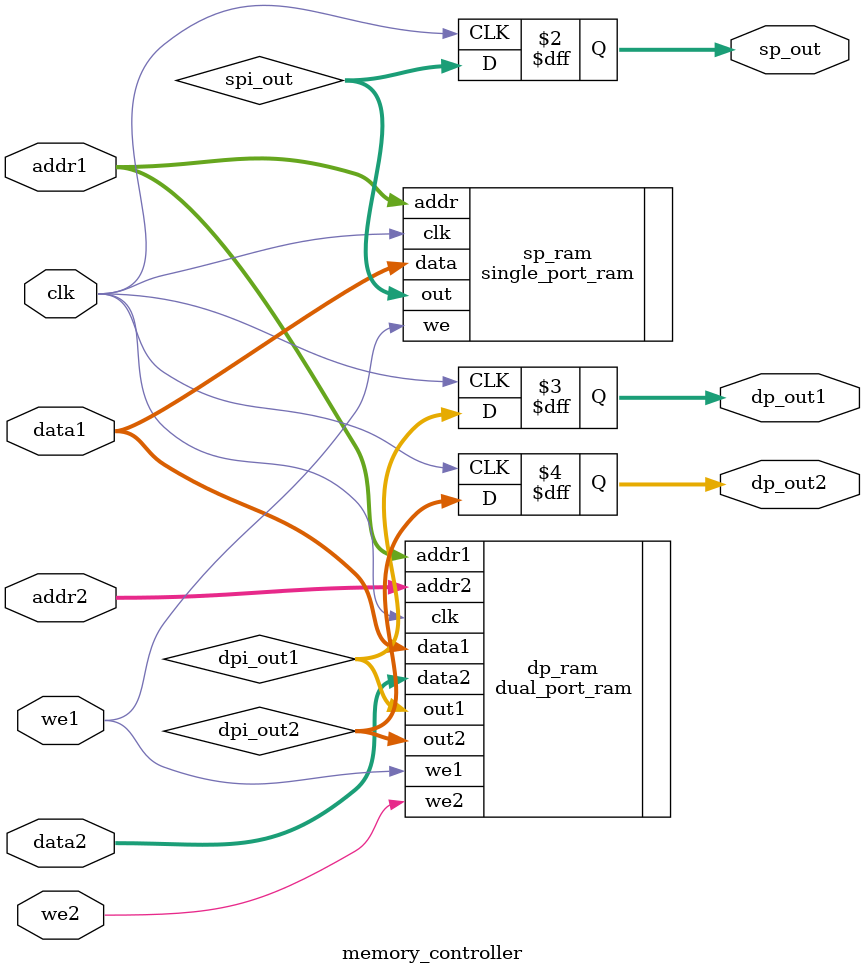
<source format=v>
`define MEMORY_CONTROLLER_ADDR_SIZE 4
`define MEMORY_CONTROLLER_DATA_SIZE 4

module memory_controller
(
	clk,
	addr1,
	addr2,
	we1,
	we2,
	data1,
	data2,
	sp_out, 
	dp_out1,
	dp_out2
);

	input clk;

	input we1, we2; 

	input  [`MEMORY_CONTROLLER_ADDR_SIZE-1:0] addr1,addr2; 

	input  [`MEMORY_CONTROLLER_DATA_SIZE-1:0] data1,data2;

	output [`MEMORY_CONTROLLER_DATA_SIZE-1:0] sp_out,dp_out1,dp_out2;
	reg    [`MEMORY_CONTROLLER_DATA_SIZE-1:0] sp_out,dp_out1,dp_out2;	

	
	wire [`MEMORY_CONTROLLER_DATA_SIZE-1:0] spi_out,dpi_out1,dpi_out2;

	defparam sp_ram.ADDR_WIDTH = `MEMORY_CONTROLLER_ADDR_SIZE;
	defparam sp_ram.DATA_WIDTH = `MEMORY_CONTROLLER_DATA_SIZE;
	single_port_ram sp_ram (		
		.addr (addr1),
		.data (data1),
		.we   (we1),	
		.clk  (clk),	
		.out  (spi_out)
	);

	defparam dp_ram.ADDR_WIDTH = `MEMORY_CONTROLLER_ADDR_SIZE;
	defparam dp_ram.DATA_WIDTH = `MEMORY_CONTROLLER_DATA_SIZE;
	dual_port_ram dp_ram (
        .addr1 (addr1),
        .addr2 (addr2),
        .data1 (data1),
        .data2 (data2),
        .we1 (we1),
        .we2 (we2),
        .clk (clk),
        .out1 (dpi_out1),
        .out2 (dpi_out2)
    );

	always @ (posedge clk)
	begin 
		sp_out <= spi_out; 
		dp_out1 <= dpi_out1; 
		dp_out2 <= dpi_out2; 
	end
endmodule 

</source>
